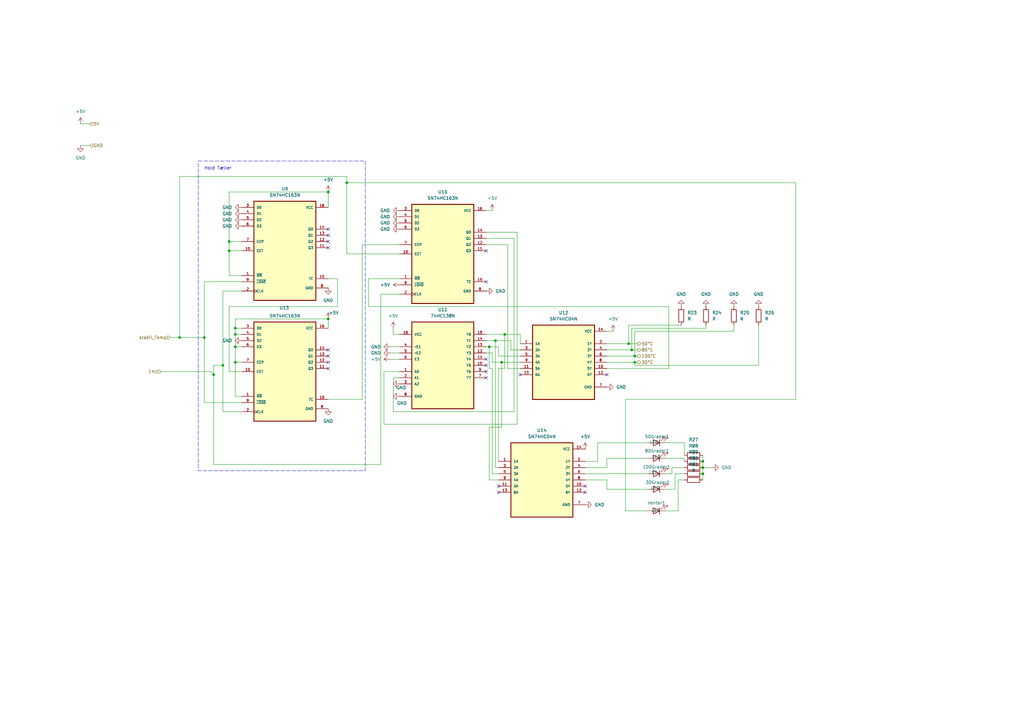
<source format=kicad_sch>
(kicad_sch (version 20231120) (generator "eeschema") (generator_version "8.0")
  (paper "A3")
  (lib_symbols
    (symbol "74HC238N:74HC238N" (pin_names (offset 1.016))
      (property "Reference" "U" (at -5.4642 17.9175 0))
      (property "Value" "74HC238N" (at -4.1451 -24.7436 0))
      (symbol "74HC238N_0_0"
        (rectangle (start -12.7 -20.32) (end 12.7 15.24) (stroke (width 0.4064)) (fill (type background)))
        (pin input line (at -17.78 -5.08 0) (length 5.08) (name "A0") (number "1"))
        (pin output line (at 17.78 -2.54 180) (length 5.08) (name "Y5") (number "10"))
        (pin output line (at 17.78 0 180) (length 5.08) (name "Y4") (number "11"))
        (pin output line (at 17.78 2.54 180) (length 5.08) (name "Y3") (number "12"))
        (pin output line (at 17.78 5.08 180) (length 5.08) (name "Y2") (number "13"))
        (pin output line (at 17.78 7.62 180) (length 5.08) (name "Y1") (number "14"))
        (pin output line (at 17.78 10.16 180) (length 5.08) (name "Y0") (number "15"))
        (pin power_in line (at -17.78 10.16 0) (length 5.08) (name "VCC") (number "16"))
        (pin input line (at -17.78 -7.62 0) (length 5.08) (name "A1") (number "2"))
        (pin input line (at -17.78 -10.16 0) (length 5.08) (name "A2") (number "3"))
        (pin input line (at -17.78 5.08 0) (length 5.08) (name "~E1") (number "4"))
        (pin input line (at -17.78 2.54 0) (length 5.08) (name "~E2") (number "5"))
        (pin input line (at -17.78 0 0) (length 5.08) (name "E3") (number "6"))
        (pin output line (at 17.78 -7.62 180) (length 5.08) (name "Y7") (number "7"))
        (pin passive line (at -17.78 -15.24 0) (length 5.08) (name "GND") (number "8"))
        (pin output line (at 17.78 -5.08 180) (length 5.08) (name "Y6") (number "9"))
      )
    )
    (symbol "Device:LED" (pin_numbers hide) (pin_names (offset 1.016) hide)
      (property "Reference" "D" (at 0 2.54 0))
      (property "Value" "LED" (at 0 -2.54 0))
      (symbol "LED_0_1"
        (polyline (pts (xy -1.27 -1.27) (xy -1.27 1.27)) (stroke (width 0.254)))
        (polyline (pts (xy -1.27 0) (xy 1.27 0)))
        (polyline (pts (xy 1.27 -1.27) (xy 1.27 1.27) (xy -1.27 0) (xy 1.27 -1.27)) (stroke (width 0.254)))
        (polyline (pts (xy -3.048 -0.762) (xy -4.572 -2.286) (xy -3.81 -2.286) (xy -4.572 -2.286) (xy -4.572 -1.524)))
        (polyline (pts (xy -1.778 -0.762) (xy -3.302 -2.286) (xy -2.54 -2.286) (xy -3.302 -2.286) (xy -3.302 -1.524)))
      )
      (symbol "LED_1_1"
        (pin passive line (at -3.81 0 0) (length 2.54) (name "K") (number "1"))
        (pin passive line (at 3.81 0 180) (length 2.54) (name "A") (number "2"))
      )
    )
    (symbol "Device:R" (pin_numbers hide) (pin_names (offset 0))
      (property "Reference" "R" (at 2.032 0 90))
      (property "Value" "R" (at 0 0 90))
      (symbol "R_0_1"
        (rectangle (start -1.016 -2.54) (end 1.016 2.54) (stroke (width 0.254)))
      )
      (symbol "R_1_1"
        (pin passive line (at 0 3.81 270) (length 1.27) (name "~") (number "1"))
        (pin passive line (at 0 -3.81 90) (length 1.27) (name "~") (number "2"))
      )
    )
    (symbol "SN74HC04N:SN74HC04N" (pin_names (offset 1.016))
      (property "Reference" "U" (at -12.7 16.24 0))
      (property "Value" "SN74HC04N" (at -12.7 -19.24 0))
      (symbol "SN74HC04N_0_0"
        (rectangle (start -12.7 -15.24) (end 12.7 15.24) (stroke (width 0.41)) (fill (type background)))
        (pin input line (at -17.78 7.62 0) (length 5.08) (name "1A") (number "1"))
        (pin output line (at 17.78 -2.54 180) (length 5.08) (name "5Y") (number "10"))
        (pin input line (at -17.78 -2.54 0) (length 5.08) (name "5A") (number "11"))
        (pin output line (at 17.78 -5.08 180) (length 5.08) (name "6Y") (number "12"))
        (pin input line (at -17.78 -5.08 0) (length 5.08) (name "6A") (number "13"))
        (pin power_in line (at 17.78 12.7 180) (length 5.08) (name "VCC") (number "14"))
        (pin output line (at 17.78 7.62 180) (length 5.08) (name "1Y") (number "2"))
        (pin input line (at -17.78 5.08 0) (length 5.08) (name "2A") (number "3"))
        (pin output line (at 17.78 5.08 180) (length 5.08) (name "2Y") (number "4"))
        (pin input line (at -17.78 2.54 0) (length 5.08) (name "3A") (number "5"))
        (pin output line (at 17.78 2.54 180) (length 5.08) (name "3Y") (number "6"))
        (pin power_in line (at 17.78 -10.16 180) (length 5.08) (name "GND") (number "7"))
        (pin output line (at 17.78 0 180) (length 5.08) (name "4Y") (number "8"))
        (pin input line (at -17.78 0 0) (length 5.08) (name "4A") (number "9"))
      )
    )
    (symbol "SN74HC163N:SN74HC163N" (pin_names (offset 1.016))
      (property "Reference" "U" (at -12.7 21.32 0))
      (property "Value" "SN74HC163N" (at -12.7 -24.32 0))
      (symbol "SN74HC163N_0_0"
        (rectangle (start -12.7 -20.32) (end 12.7 20.32) (stroke (width 0.41)) (fill (type background)))
        (pin power_in line (at 17.78 17.78 180) (length 5.08) (name "VCC") (number "16"))
        (pin input clock (at -17.78 -16.51 0) (length 5.08) (name "CLK") (number "2"))
        (pin power_in line (at 17.78 -15.24 180) (length 5.08) (name "GND") (number "8"))
        (pin input line (at -17.78 -12.7 0) (length 5.08) (name "~{LOAD}") (number "9"))
      )
      (symbol "SN74HC163N_1_0"
        (pin input line (at -17.78 -10.16 0) (length 5.08) (name "~{MR}") (number "1"))
        (pin input line (at -17.78 0 0) (length 5.08) (name "CET") (number "10"))
        (pin output line (at 17.78 1.27 180) (length 5.08) (name "Q3") (number "11"))
        (pin output line (at 17.78 3.81 180) (length 5.08) (name "Q2") (number "12"))
        (pin output line (at 17.78 6.35 180) (length 5.08) (name "Q1") (number "13"))
        (pin output line (at 17.78 8.89 180) (length 5.08) (name "Q0") (number "14"))
        (pin output line (at 17.78 -11.43 180) (length 5.08) (name "TC") (number "15"))
        (pin input line (at -17.78 17.78 0) (length 5.08) (name "D0") (number "3"))
        (pin input line (at -17.78 15.24 0) (length 5.08) (name "D1") (number "4"))
        (pin input line (at -17.78 12.7 0) (length 5.08) (name "D2") (number "5"))
        (pin input line (at -17.78 10.16 0) (length 5.08) (name "D3") (number "6"))
        (pin input line (at -17.78 3.81 0) (length 5.08) (name "CEP") (number "7"))
      )
    )
    (symbol "SN74HC163N_1" (pin_names (offset 1.016))
      (property "Reference" "U" (at -12.7 21.32 0))
      (property "Value" "SN74HC163N" (at -12.7 -24.32 0))
      (symbol "SN74HC163N_1_0_0"
        (rectangle (start -12.7 -20.32) (end 12.7 20.32) (stroke (width 0.41)) (fill (type background)))
        (pin power_in line (at 17.78 17.78 180) (length 5.08) (name "VCC") (number "16"))
        (pin input clock (at -17.78 -16.51 0) (length 5.08) (name "CLK") (number "2"))
        (pin power_in line (at 17.78 -15.24 180) (length 5.08) (name "GND") (number "8"))
        (pin input line (at -17.78 -12.7 0) (length 5.08) (name "~{LOAD}") (number "9"))
      )
      (symbol "SN74HC163N_1_1_0"
        (pin input line (at -17.78 -10.16 0) (length 5.08) (name "~{MR}") (number "1"))
        (pin input line (at -17.78 0 0) (length 5.08) (name "CET") (number "10"))
        (pin output line (at 17.78 1.27 180) (length 5.08) (name "Q3") (number "11"))
        (pin output line (at 17.78 3.81 180) (length 5.08) (name "Q2") (number "12"))
        (pin output line (at 17.78 6.35 180) (length 5.08) (name "Q1") (number "13"))
        (pin output line (at 17.78 8.89 180) (length 5.08) (name "Q0") (number "14"))
        (pin output line (at 17.78 -11.43 180) (length 5.08) (name "TC") (number "15"))
        (pin input line (at -17.78 17.78 0) (length 5.08) (name "D0") (number "3"))
        (pin input line (at -17.78 15.24 0) (length 5.08) (name "D1") (number "4"))
        (pin input line (at -17.78 12.7 0) (length 5.08) (name "D2") (number "5"))
        (pin input line (at -17.78 10.16 0) (length 5.08) (name "D3") (number "6"))
        (pin input line (at -17.78 3.81 0) (length 5.08) (name "CEP") (number "7"))
      )
    )
    (symbol "power:+5V" (power) (pin_numbers hide) (pin_names (offset 0) hide)
      (property "Value" "+5V" (at 0 3.556 0))
      (symbol "+5V_0_1"
        (polyline (pts (xy -0.762 1.27) (xy 0 2.54)))
        (polyline (pts (xy 0 0) (xy 0 2.54)))
        (polyline (pts (xy 0 2.54) (xy 0.762 1.27)))
      )
      (symbol "+5V_1_1"
        (pin power_in line (at 0 0 90) (length 0) (name "~") (number "1"))
      )
    )
    (symbol "power:GND" (power) (pin_numbers hide) (pin_names (offset 0) hide)
      (property "Value" "GND" (at 0 -3.81 0))
      (symbol "GND_0_1"
        (polyline (pts (xy 0 0) (xy 0 -1.27) (xy 1.27 -1.27) (xy 0 -2.54) (xy -1.27 -1.27) (xy 0 -1.27)))
      )
      (symbol "GND_1_1"
        (pin power_in line (at 0 0 270) (length 0) (name "~") (number "1"))
      )
    )
  )
  (junction (at 142.24 74.93))
  (junction (at 260.35 148.59))
  (junction (at 288.29 194.31))
  (junction (at 200.66 142.24))
  (junction (at 259.08 143.51))
  (junction (at 257.81 140.97))
  (junction (at 203.2 139.7))
  (junction (at 83.82 138.43))
  (junction (at 205.74 148.59))
  (junction (at 91.44 149.86))
  (junction (at 93.98 102.87))
  (junction (at 134.62 78.74))
  (junction (at 288.29 189.23))
  (junction (at 288.29 191.77))
  (junction (at 134.62 130.81))
  (junction (at 87.63 153.67))
  (junction (at 93.98 99.06))
  (junction (at 96.52 142.24))
  (junction (at 96.52 148.59))
  (junction (at 207.01 137.16))
  (junction (at 260.35 146.05))
  (junction (at 96.52 137.16))
  (junction (at 73.66 138.43))
  (junction (at 96.52 134.62))
  (no_connect (at 134.62 143.51))
  (no_connect (at 134.62 101.6))
  (no_connect (at 204.47 199.39))
  (no_connect (at 199.39 147.32))
  (no_connect (at 248.92 153.67))
  (no_connect (at 199.39 154.94))
  (no_connect (at 199.39 102.87))
  (no_connect (at 199.39 152.4))
  (no_connect (at 134.62 148.59))
  (no_connect (at 134.62 151.13))
  (no_connect (at 134.62 93.98))
  (no_connect (at 240.03 199.39))
  (no_connect (at 134.62 96.52))
  (no_connect (at 199.39 149.86))
  (no_connect (at 240.03 201.93))
  (no_connect (at 199.39 115.57))
  (no_connect (at 213.36 153.67))
  (no_connect (at 134.62 146.05))
  (no_connect (at 134.62 99.06))
  (no_connect (at 204.47 201.93))
  (wire (pts (xy 204.47 142.24) (xy 204.47 146.05)))
  (wire (pts (xy 161.29 137.16) (xy 163.83 137.16)))
  (wire (pts (xy 208.28 151.13) (xy 213.36 151.13)))
  (wire (pts (xy 204.47 151.13) (xy 207.01 151.13)))
  (wire (pts (xy 207.01 151.13) (xy 207.01 137.16)))
  (wire (pts (xy 93.98 99.06) (xy 93.98 102.87)))
  (wire (pts (xy 209.55 143.51) (xy 213.36 143.51)))
  (wire (pts (xy 245.11 189.23) (xy 245.11 181.61)))
  (wire (pts (xy 248.92 151.13) (xy 274.32 151.13)))
  (wire (pts (xy 248.92 140.97) (xy 257.81 140.97)))
  (wire (pts (xy 240.03 194.31) (xy 265.43 194.31)))
  (wire (pts (xy 300.99 135.89) (xy 300.99 133.35)))
  (wire (pts (xy 260.35 146.05) (xy 260.35 135.89)))
  (wire (pts (xy 83.82 138.43) (xy 83.82 165.1)))
  (wire (pts (xy 203.2 139.7) (xy 203.2 191.77)))
  (wire (pts (xy 199.39 137.16) (xy 207.01 137.16)))
  (wire (pts (xy 210.82 97.79) (xy 210.82 168.91)))
  (wire (pts (xy 142.24 74.93) (xy 326.39 74.93)))
  (wire (pts (xy 96.52 134.62) (xy 99.06 134.62)))
  (wire (pts (xy 200.66 196.85) (xy 200.66 175.26)))
  (wire (pts (xy 93.98 113.03) (xy 93.98 102.87)))
  (wire (pts (xy 288.29 194.31) (xy 288.29 196.85)))
  (wire (pts (xy 248.92 191.77) (xy 248.92 187.96)))
  (wire (pts (xy 157.48 152.4) (xy 163.83 152.4)))
  (wire (pts (xy 276.86 194.31) (xy 280.67 194.31)))
  (wire (pts (xy 87.63 190.5) (xy 156.21 190.5)))
  (wire (pts (xy 161.29 168.91) (xy 161.29 154.94)))
  (wire (pts (xy 248.92 143.51) (xy 259.08 143.51)))
  (wire (pts (xy 265.43 209.55) (xy 256.54 209.55)))
  (wire (pts (xy 93.98 78.74) (xy 93.98 99.06)))
  (wire (pts (xy 205.74 148.59) (xy 213.36 148.59)))
  (wire (pts (xy 204.47 196.85) (xy 200.66 196.85)))
  (wire (pts (xy 288.29 189.23) (xy 288.29 191.77)))
  (wire (pts (xy 245.11 181.61) (xy 265.43 181.61)))
  (wire (pts (xy 201.93 148.59) (xy 205.74 148.59)))
  (wire (pts (xy 311.15 149.86) (xy 311.15 133.35)))
  (wire (pts (xy 199.39 144.78) (xy 201.93 144.78)))
  (wire (pts (xy 204.47 191.77) (xy 203.2 191.77)))
  (wire (pts (xy 257.81 140.97) (xy 261.62 140.97)))
  (wire (pts (xy 96.52 130.81) (xy 96.52 134.62)))
  (wire (pts (xy 209.55 139.7) (xy 209.55 143.51)))
  (wire (pts (xy 273.05 187.96) (xy 280.67 187.96)))
  (wire (pts (xy 260.35 149.86) (xy 311.15 149.86)))
  (wire (pts (xy 156.21 120.65) (xy 163.83 120.65)))
  (wire (pts (xy 200.66 151.13) (xy 200.66 142.24)))
  (wire (pts (xy 99.06 102.87) (xy 93.98 102.87)))
  (wire (pts (xy 96.52 134.62) (xy 96.52 137.16)))
  (wire (pts (xy 33.02 50.8) (xy 36.83 50.8)))
  (wire (pts (xy 260.35 148.59) (xy 260.35 149.86)))
  (wire (pts (xy 66.04 152.4) (xy 86.36 152.4)))
  (wire (pts (xy 134.62 78.74) (xy 134.62 85.09)))
  (wire (pts (xy 161.29 134.62) (xy 161.29 137.16)))
  (wire (pts (xy 142.24 74.93) (xy 142.24 72.39)))
  (wire (pts (xy 134.62 114.3) (xy 138.43 114.3)))
  (wire (pts (xy 280.67 187.96) (xy 280.67 189.23)))
  (wire (pts (xy 33.02 59.69) (xy 36.83 59.69)))
  (wire (pts (xy 91.44 149.86) (xy 91.44 168.91)))
  (wire (pts (xy 259.08 134.62) (xy 289.56 134.62)))
  (wire (pts (xy 93.98 125.73) (xy 138.43 125.73)))
  (wire (pts (xy 93.98 152.4) (xy 93.98 125.73)))
  (wire (pts (xy 163.83 104.14) (xy 142.24 104.14)))
  (wire (pts (xy 148.59 100.33) (xy 163.83 100.33)))
  (wire (pts (xy 83.82 115.57) (xy 83.82 138.43)))
  (wire (pts (xy 134.62 163.83) (xy 148.59 163.83)))
  (wire (pts (xy 151.13 125.73) (xy 151.13 114.3)))
  (wire (pts (xy 205.74 175.26) (xy 205.74 148.59)))
  (wire (pts (xy 86.36 152.4) (xy 87.63 153.67)))
  (wire (pts (xy 260.35 135.89) (xy 300.99 135.89)))
  (wire (pts (xy 273.05 209.55) (xy 278.13 209.55)))
  (wire (pts (xy 248.92 200.66) (xy 248.92 196.85)))
  (wire (pts (xy 248.92 146.05) (xy 260.35 146.05)))
  (wire (pts (xy 91.44 119.38) (xy 91.44 149.86)))
  (wire (pts (xy 256.54 209.55) (xy 256.54 163.83)))
  (wire (pts (xy 204.47 146.05) (xy 213.36 146.05)))
  (wire (pts (xy 138.43 125.73) (xy 138.43 114.3)))
  (wire (pts (xy 260.35 148.59) (xy 261.62 148.59)))
  (wire (pts (xy 273.05 194.31) (xy 275.59 194.31)))
  (wire (pts (xy 93.98 99.06) (xy 99.06 99.06)))
  (wire (pts (xy 274.32 125.73) (xy 151.13 125.73)))
  (wire (pts (xy 240.03 189.23) (xy 245.11 189.23)))
  (wire (pts (xy 259.08 143.51) (xy 259.08 134.62)))
  (wire (pts (xy 210.82 168.91) (xy 161.29 168.91)))
  (wire (pts (xy 199.39 95.25) (xy 212.09 95.25)))
  (wire (pts (xy 204.47 189.23) (xy 204.47 151.13)))
  (wire (pts (xy 148.59 163.83) (xy 148.59 100.33)))
  (wire (pts (xy 275.59 194.31) (xy 275.59 191.77)))
  (wire (pts (xy 69.85 138.43) (xy 73.66 138.43)))
  (wire (pts (xy 273.05 200.66) (xy 276.86 200.66)))
  (wire (pts (xy 288.29 191.77) (xy 288.29 194.31)))
  (wire (pts (xy 199.39 86.36) (xy 201.93 86.36)))
  (wire (pts (xy 83.82 165.1) (xy 99.06 165.1)))
  (wire (pts (xy 248.92 135.89) (xy 251.46 135.89)))
  (wire (pts (xy 201.93 151.13) (xy 200.66 151.13)))
  (wire (pts (xy 96.52 142.24) (xy 96.52 148.59)))
  (wire (pts (xy 161.29 154.94) (xy 163.83 154.94)))
  (wire (pts (xy 248.92 200.66) (xy 265.43 200.66)))
  (wire (pts (xy 96.52 148.59) (xy 96.52 162.56)))
  (wire (pts (xy 73.66 72.39) (xy 73.66 138.43)))
  (wire (pts (xy 278.13 209.55) (xy 278.13 196.85)))
  (wire (pts (xy 93.98 78.74) (xy 134.62 78.74)))
  (wire (pts (xy 212.09 173.99) (xy 157.48 173.99)))
  (wire (pts (xy 200.66 175.26) (xy 205.74 175.26)))
  (wire (pts (xy 87.63 153.67) (xy 87.63 190.5)))
  (wire (pts (xy 156.21 190.5) (xy 156.21 120.65)))
  (wire (pts (xy 288.29 191.77) (xy 292.1 191.77)))
  (wire (pts (xy 96.52 137.16) (xy 99.06 137.16)))
  (wire (pts (xy 259.08 143.51) (xy 261.62 143.51)))
  (wire (pts (xy 203.2 139.7) (xy 209.55 139.7)))
  (wire (pts (xy 248.92 148.59) (xy 260.35 148.59)))
  (wire (pts (xy 212.09 95.25) (xy 212.09 173.99)))
  (wire (pts (xy 142.24 72.39) (xy 73.66 72.39)))
  (wire (pts (xy 213.36 137.16) (xy 213.36 140.97)))
  (wire (pts (xy 91.44 168.91) (xy 99.06 168.91)))
  (wire (pts (xy 93.98 113.03) (xy 99.06 113.03)))
  (wire (pts (xy 260.35 146.05) (xy 261.62 146.05)))
  (wire (pts (xy 200.66 142.24) (xy 204.47 142.24)))
  (wire (pts (xy 87.63 149.86) (xy 87.63 153.67)))
  (wire (pts (xy 142.24 104.14) (xy 142.24 74.93)))
  (wire (pts (xy 326.39 163.83) (xy 326.39 74.93)))
  (wire (pts (xy 207.01 137.16) (xy 213.36 137.16)))
  (wire (pts (xy 257.81 133.35) (xy 257.81 140.97)))
  (wire (pts (xy 91.44 149.86) (xy 87.63 149.86)))
  (wire (pts (xy 279.4 133.35) (xy 257.81 133.35)))
  (wire (pts (xy 160.02 147.32) (xy 163.83 147.32)))
  (wire (pts (xy 274.32 151.13) (xy 274.32 125.73)))
  (wire (pts (xy 276.86 200.66) (xy 276.86 194.31)))
  (wire (pts (xy 201.93 144.78) (xy 201.93 148.59)))
  (wire (pts (xy 99.06 115.57) (xy 83.82 115.57)))
  (wire (pts (xy 151.13 114.3) (xy 163.83 114.3)))
  (wire (pts (xy 208.28 100.33) (xy 208.28 151.13)))
  (wire (pts (xy 96.52 148.59) (xy 99.06 148.59)))
  (wire (pts (xy 248.92 187.96) (xy 265.43 187.96)))
  (wire (pts (xy 96.52 130.81) (xy 134.62 130.81)))
  (wire (pts (xy 201.93 194.31) (xy 201.93 151.13)))
  (wire (pts (xy 96.52 137.16) (xy 96.52 142.24)))
  (wire (pts (xy 240.03 191.77) (xy 248.92 191.77)))
  (wire (pts (xy 73.66 138.43) (xy 83.82 138.43)))
  (wire (pts (xy 256.54 163.83) (xy 326.39 163.83)))
  (wire (pts (xy 99.06 162.56) (xy 96.52 162.56)))
  (wire (pts (xy 273.05 181.61) (xy 280.67 181.61)))
  (wire (pts (xy 160.02 144.78) (xy 163.83 144.78)))
  (wire (pts (xy 96.52 142.24) (xy 99.06 142.24)))
  (wire (pts (xy 248.92 196.85) (xy 240.03 196.85)))
  (wire (pts (xy 199.39 139.7) (xy 203.2 139.7)))
  (wire (pts (xy 275.59 191.77) (xy 280.67 191.77)))
  (wire (pts (xy 199.39 142.24) (xy 200.66 142.24)))
  (wire (pts (xy 91.44 119.38) (xy 99.06 119.38)))
  (wire (pts (xy 278.13 196.85) (xy 280.67 196.85)))
  (wire (pts (xy 204.47 194.31) (xy 201.93 194.31)))
  (wire (pts (xy 288.29 186.69) (xy 288.29 189.23)))
  (wire (pts (xy 160.02 142.24) (xy 163.83 142.24)))
  (wire (pts (xy 199.39 100.33) (xy 208.28 100.33)))
  (wire (pts (xy 157.48 173.99) (xy 157.48 152.4)))
  (wire (pts (xy 199.39 97.79) (xy 210.82 97.79)))
  (wire (pts (xy 93.98 152.4) (xy 99.06 152.4)))
  (wire (pts (xy 134.62 130.81) (xy 134.62 134.62)))
  (wire (pts (xy 280.67 181.61) (xy 280.67 186.69)))
  (wire (pts (xy 289.56 134.62) (xy 289.56 133.35)))
  (rectangle (start 81.28 66.04) (end 149.86 193.04) (stroke (width 0) (type dash)))
  (text "Hold Tæller\n" (at 89.408 69.088 0) (effects (font (size 1.27 1.27))))
  (hierarchical_label "50°C" (shape output) (at 261.62 140.97 0))
  (hierarchical_label "GND" (shape input) (at 36.83 59.69 0))
  (hierarchical_label "100°C" (shape output) (at 261.62 146.05 0))
  (hierarchical_label "30°C" (shape output) (at 261.62 148.59 0))
  (hierarchical_label "stabil_Temp" (shape input) (at 69.85 138.43 180))
  (hierarchical_label "1Hz" (shape input) (at 66.04 152.4 180))
  (hierarchical_label "80°C" (shape output) (at 261.62 143.51 0))
  (hierarchical_label "5V" (shape input) (at 36.83 50.8 0))
  (symbol (lib_id "power:GND") (at 99.06 139.7 270) (unit 1)
    (property "Reference" "#PWR078" (effects (hide yes)))
    (property "Value" "GND" (at 95.25 139.6999 90) (effects (justify right)))
    (property "Description" "Power symbol creates a global label with name \"GND\" , ground" (effects (hide yes)))
  )
  (symbol (lib_id "power:+5V") (at 201.93 86.36 0) (unit 1)
    (property "Reference" "#PWR061" (effects (hide yes)))
    (property "Value" "+5V" (at 201.93 81.28 0))
    (property "Description" "Power symbol creates a global label with name \"+5V\"" (effects (hide yes)))
  )
  (symbol (lib_id "power:+5V") (at 251.46 135.89 0) (unit 1)
    (property "Reference" "#PWR077" (effects (hide yes)))
    (property "Value" "+5V" (at 251.46 130.81 0))
    (property "Description" "Power symbol creates a global label with name \"+5V\"" (effects (hide yes)))
  )
  (symbol (lib_id "power:+5V") (at 163.83 116.84 90) (unit 1)
    (property "Reference" "#PWR068" (effects (hide yes)))
    (property "Value" "+5V" (at 160.02 116.8399 90) (effects (justify left)))
    (property "Description" "Power symbol creates a global label with name \"+5V\"" (effects (hide yes)))
  )
  (symbol (lib_id "power:GND") (at 163.83 162.56 270) (unit 1)
    (property "Reference" "#PWR084" (effects (hide yes)))
    (property "Value" "GND" (at 166.878 165.354 90) (effects (justify right)))
    (property "Description" "Power symbol creates a global label with name \"GND\" , ground" (effects (hide yes)))
  )
  (symbol (lib_id "SN74HC04N:SN74HC04N") (at 231.14 148.59 0) (unit 1)
    (property "Reference" "U12" (at 231.14 128.27 0))
    (property "Value" "SN74HC04N" (at 231.14 130.81 0))
    (property "Footprint" "Package_DIP:DIP-14_W7.62mm" (effects (hide yes)))
    (property "MF" "Texas Instruments" (effects (hide yes)))
    (property "Description_1" "\n                        \n                            6-ch, 2-V to 6-V inverters\n                        \n" (effects (hide yes)))
    (property "Package" "PDIP-14 Texas Instruments" (effects (hide yes)))
    (property "Price" "None" (effects (hide yes)))
    (property "SnapEDA_Link" "https://www.snapeda.com/parts/SN74HC04N/Texas+Instruments/view-part/?ref=snap" (effects (hide yes)))
    (property "MP" "SN74HC04N" (effects (hide yes)))
    (property "Availability" "In Stock" (effects (hide yes)))
    (property "Check_prices" "https://www.snapeda.com/parts/SN74HC04N/Texas+Instruments/view-part/?ref=eda" (effects (hide yes)))
  )
  (symbol (lib_id "power:GND") (at 134.62 118.11 0) (unit 1)
    (property "Reference" "#PWR069" (effects (hide yes)))
    (property "Value" "GND" (at 134.62 123.19 0))
    (property "Description" "Power symbol creates a global label with name \"GND\" , ground" (effects (hide yes)))
  )
  (symbol (lib_id "power:+5V") (at 160.02 147.32 90) (unit 1)
    (property "Reference" "#PWR081" (effects (hide yes)))
    (property "Value" "+5V" (at 156.21 147.3199 90) (effects (justify left)))
    (property "Description" "Power symbol creates a global label with name \"+5V\"" (effects (hide yes)))
  )
  (symbol (lib_id "power:+5V") (at 240.03 184.15 0) (unit 1)
    (property "Reference" "#PWR086" (effects (hide yes)))
    (property "Value" "+5V" (at 240.03 179.07 0))
    (property "Description" "Power symbol creates a global label with name \"+5V\"" (effects (hide yes)))
  )
  (symbol (lib_id "74HC238N:74HC238N") (at 181.61 147.32 0) (unit 1)
    (property "Reference" "U11" (at 181.61 127 0))
    (property "Value" "74HC138N" (at 181.61 129.54 0))
    (property "Footprint" "Package_DIP:DIP-16_W7.62mm" (effects (hide yes)))
    (property "MF" "Texas Instruments" (effects (hide yes)))
    (property "Description_1" "\nDecoder/Demultiplexer 1 x 3:8 16-DIP\n" (effects (hide yes)))
    (property "PACKAGE" "DIP-16" (effects (hide yes)))
    (property "MPN" "74HC238N" (effects (hide yes)))
    (property "Price" "None" (effects (hide yes)))
    (property "Package" "SOP-16 Texas Instruments" (effects (hide yes)))
    (property "OC_FARNELL" "380684" (effects (hide yes)))
    (property "SnapEDA_Link" "https://www.snapeda.com/parts/74HC238N/Texas+Instruments/view-part/?ref=snap" (effects (hide yes)))
    (property "MP" "74HC238N" (effects (hide yes)))
    (property "Purchase-URL" "https://www.snapeda.com/api/url_track_click_mouser/?unipart_id=233479&manufacturer=Texas Instruments&part_name=74HC238N&search_term=None" (effects (hide yes)))
    (property "SUPPLIER" "NXP" (effects (hide yes)))
    (property "OC_NEWARK" "07WX3700" (effects (hide yes)))
    (property "Availability" "Not in stock" (effects (hide yes)))
    (property "Check_prices" "https://www.snapeda.com/parts/74HC238N/Texas+Instruments/view-part/?ref=eda" (effects (hide yes)))
  )
  (symbol (lib_id "power:GND") (at 163.83 88.9 270) (unit 1)
    (property "Reference" "#PWR063" (effects (hide yes)))
    (property "Value" "GND" (at 160.02 88.8999 90) (effects (justify right)))
    (property "Description" "Power symbol creates a global label with name \"GND\" , ground" (effects (hide yes)))
  )
  (symbol (lib_id "power:GND") (at 292.1 191.77 90) (unit 1)
    (property "Reference" "#PWR087" (effects (hide yes)))
    (property "Value" "GND" (at 295.91 191.7699 90) (effects (justify right)))
    (property "Description" "Power symbol creates a global label with name \"GND\" , ground" (effects (hide yes)))
  )
  (symbol (lib_id "power:GND") (at 311.15 125.73 180) (unit 1)
    (property "Reference" "#PWR074" (effects (hide yes)))
    (property "Value" "GND" (at 311.15 120.65 0))
    (property "Description" "Power symbol creates a global label with name \"GND\" , ground" (effects (hide yes)))
  )
  (symbol (lib_id "SN74HC163N:SN74HC163N") (at 116.84 152.4 0) (unit 1)
    (property "Reference" "U13" (at 116.586 126.238 0))
    (property "Value" "SN74HC163N" (at 116.84 129.54 0))
    (property "Footprint" "Package_DIP:DIP-16_W7.62mm" (effects (hide yes)))
    (property "MF" "Texas Instruments" (effects (hide yes)))
    (property "Description_1" "\n                        \n                            4-Bit Synchronous Binary Counters\n                        \n" (effects (hide yes)))
    (property "Package" "PDIP-16 Texas Instruments" (effects (hide yes)))
    (property "Price" "None" (effects (hide yes)))
    (property "SnapEDA_Link" "https://www.snapeda.com/parts/SN74HC163N/Texas+Instruments/view-part/?ref=snap" (effects (hide yes)))
    (property "MP" "SN74HC163N" (effects (hide yes)))
    (property "Availability" "In Stock" (effects (hide yes)))
    (property "Check_prices" "https://www.snapeda.com/parts/SN74HC163N/Texas+Instruments/view-part/?ref=eda" (effects (hide yes)))
  )
  (symbol (lib_id "power:GND") (at 134.62 167.64 0) (unit 1)
    (property "Reference" "#PWR085" (effects (hide yes)))
    (property "Value" "GND" (at 134.62 172.72 0))
    (property "Description" "Power symbol creates a global label with name \"GND\" , ground" (effects (hide yes)))
  )
  (symbol (lib_id "power:GND") (at 99.06 90.17 270) (unit 1)
    (property "Reference" "#PWR064" (effects (hide yes)))
    (property "Value" "GND" (at 95.25 90.1699 90) (effects (justify right)))
    (property "Description" "Power symbol creates a global label with name \"GND\" , ground" (effects (hide yes)))
  )
  (symbol (lib_id "Device:R") (at 284.48 194.31 90) (unit 1)
    (property "Reference" "R30" (at 284.48 187.96 90))
    (property "Value" "R" (at 284.48 190.5 90))
    (property "Footprint" "Resistor_THT:R_Axial_DIN0204_L3.6mm_D1.6mm_P5.08mm_Horizontal" (effects (hide yes)))
    (property "Description" "Resistor" (effects (hide yes)))
  )
  (symbol (lib_name "SN74HC163N_1") (lib_id "SN74HC163N:SN74HC163N") (at 181.61 104.14 0) (unit 1)
    (property "Reference" "U10" (at 181.61 78.74 0))
    (property "Value" "SN74HC163N" (at 181.61 81.28 0))
    (property "Footprint" "Package_DIP:DIP-16_W7.62mm" (effects (hide yes)))
    (property "MF" "Texas Instruments" (effects (hide yes)))
    (property "Description_1" "\n                        \n                            4-Bit Synchronous Binary Counters\n                        \n" (effects (hide yes)))
    (property "Package" "PDIP-16 Texas Instruments" (effects (hide yes)))
    (property "Price" "None" (effects (hide yes)))
    (property "SnapEDA_Link" "https://www.snapeda.com/parts/SN74HC163N/Texas+Instruments/view-part/?ref=snap" (effects (hide yes)))
    (property "MP" "SN74HC163N" (effects (hide yes)))
    (property "Availability" "In Stock" (effects (hide yes)))
    (property "Check_prices" "https://www.snapeda.com/parts/SN74HC163N/Texas+Instruments/view-part/?ref=eda" (effects (hide yes)))
  )
  (symbol (lib_id "power:GND") (at 240.03 207.01 90) (unit 1)
    (property "Reference" "#PWR088" (effects (hide yes)))
    (property "Value" "GND" (at 243.84 207.0099 90) (effects (justify right)))
    (property "Description" "Power symbol creates a global label with name \"GND\" , ground" (effects (hide yes)))
  )
  (symbol (lib_id "power:+5V") (at 161.29 134.62 0) (unit 1)
    (property "Reference" "#PWR076" (effects (hide yes)))
    (property "Value" "+5V" (at 161.29 129.54 0))
    (property "Description" "Power symbol creates a global label with name \"+5V\"" (effects (hide yes)))
  )
  (symbol (lib_id "Device:R") (at 284.48 196.85 90) (unit 1)
    (property "Reference" "R31" (at 284.48 190.5 90))
    (property "Value" "R" (at 284.48 193.04 90))
    (property "Footprint" "Resistor_THT:R_Axial_DIN0204_L3.6mm_D1.6mm_P5.08mm_Horizontal" (effects (hide yes)))
    (property "Description" "Resistor" (effects (hide yes)))
  )
  (symbol (lib_id "power:+5V") (at 134.62 130.81 0) (unit 1)
    (property "Reference" "#PWR075" (effects (hide yes)))
    (property "Value" "+5V" (at 136.906 128.27 0))
    (property "Description" "Power symbol creates a global label with name \"+5V\"" (effects (hide yes)))
  )
  (symbol (lib_id "power:GND") (at 199.39 119.38 90) (unit 1)
    (property "Reference" "#PWR070" (effects (hide yes)))
    (property "Value" "GND" (at 203.2 119.3799 90) (effects (justify right)))
    (property "Description" "Power symbol creates a global label with name \"GND\" , ground" (effects (hide yes)))
  )
  (symbol (lib_id "power:GND") (at 33.02 59.69 0) (unit 1)
    (property "Reference" "#PWR057" (effects (hide yes)))
    (property "Value" "GND" (at 33.02 64.77 0))
    (property "Description" "Power symbol creates a global label with name \"GND\" , ground" (effects (hide yes)))
  )
  (symbol (lib_id "Device:LED") (at 269.24 194.31 180) (unit 1)
    (property "Reference" "100Grader1" (at 269.24 191.516 0))
    (property "Value" "LED" (at 267.97 193.802 0))
    (property "Footprint" "LED_THT:LED_D1.8mm_W1.8mm_H2.4mm_Horizontal_O1.27mm_Z8.2mm" (effects (hide yes)))
    (property "Description" "Light emitting diode" (effects (hide yes)))
  )
  (symbol (lib_id "power:GND") (at 163.83 157.48 270) (unit 1)
    (property "Reference" "#PWR082" (effects (hide yes)))
    (property "Value" "GND" (at 166.624 159.004 90) (effects (justify right)))
    (property "Description" "Power symbol creates a global label with name \"GND\" , ground" (effects (hide yes)))
  )
  (symbol (lib_id "Device:LED") (at 269.24 200.66 180) (unit 1)
    (property "Reference" "30Grader1" (at 269.748 197.866 0))
    (property "Value" "LED" (at 268.732 200.152 0))
    (property "Footprint" "LED_THT:LED_D1.8mm_W1.8mm_H2.4mm_Horizontal_O1.27mm_Z8.2mm" (effects (hide yes)))
    (property "Description" "Light emitting diode" (effects (hide yes)))
  )
  (symbol (lib_id "power:GND") (at 163.83 86.36 270) (unit 1)
    (property "Reference" "#PWR060" (effects (hide yes)))
    (property "Value" "GND" (at 160.02 86.3599 90) (effects (justify right)))
    (property "Description" "Power symbol creates a global label with name \"GND\" , ground" (effects (hide yes)))
  )
  (symbol (lib_id "power:+5V") (at 134.62 78.74 0) (unit 1)
    (property "Reference" "#PWR058" (effects (hide yes)))
    (property "Value" "+5V" (at 134.62 73.66 0))
    (property "Description" "Power symbol creates a global label with name \"+5V\"" (effects (hide yes)))
  )
  (symbol (lib_id "power:GND") (at 163.83 93.98 270) (unit 1)
    (property "Reference" "#PWR067" (effects (hide yes)))
    (property "Value" "GND" (at 160.02 93.9799 90) (effects (justify right)))
    (property "Description" "Power symbol creates a global label with name \"GND\" , ground" (effects (hide yes)))
  )
  (symbol (lib_id "Device:R") (at 300.99 129.54 0) (unit 1)
    (property "Reference" "R25" (at 303.53 128.2699 0) (effects (justify left)))
    (property "Value" "R" (at 303.53 130.8099 0) (effects (justify left)))
    (property "Footprint" "Resistor_THT:R_Axial_DIN0204_L3.6mm_D1.6mm_P5.08mm_Horizontal" (effects (hide yes)))
    (property "Description" "Resistor" (effects (hide yes)))
  )
  (symbol (lib_id "power:GND") (at 99.06 92.71 270) (unit 1)
    (property "Reference" "#PWR066" (effects (hide yes)))
    (property "Value" "GND" (at 95.25 92.7099 90) (effects (justify right)))
    (property "Description" "Power symbol creates a global label with name \"GND\" , ground" (effects (hide yes)))
  )
  (symbol (lib_id "Device:LED") (at 269.24 187.96 180) (unit 1)
    (property "Reference" "80Grader1" (at 269.494 184.912 0))
    (property "Value" "LED" (at 269.24 187.452 0))
    (property "Footprint" "LED_THT:LED_D1.8mm_W1.8mm_H2.4mm_Horizontal_O1.27mm_Z8.2mm" (effects (hide yes)))
    (property "Description" "Light emitting diode" (effects (hide yes)))
  )
  (symbol (lib_id "Device:LED") (at 269.24 209.55 180) (unit 1)
    (property "Reference" "Venter1" (at 269.24 206.248 0))
    (property "Value" "LED" (at 268.986 209.296 0))
    (property "Footprint" "LED_THT:LED_D1.8mm_W1.8mm_H2.4mm_Horizontal_O1.27mm_Z8.2mm" (effects (hide yes)))
    (property "Description" "Light emitting diode" (effects (hide yes)))
  )
  (symbol (lib_id "Device:LED") (at 269.24 181.61 180) (unit 1)
    (property "Reference" "50Grader1" (at 269.494 179.07 0))
    (property "Value" "LED" (at 268.224 181.356 0))
    (property "Footprint" "LED_THT:LED_D1.8mm_W1.8mm_H2.4mm_Horizontal_O1.27mm_Z8.2mm" (effects (hide yes)))
    (property "Description" "Light emitting diode" (effects (hide yes)))
  )
  (symbol (lib_id "power:GND") (at 99.06 85.09 270) (unit 1)
    (property "Reference" "#PWR059" (effects (hide yes)))
    (property "Value" "GND" (at 95.25 85.0899 90) (effects (justify right)))
    (property "Description" "Power symbol creates a global label with name \"GND\" , ground" (effects (hide yes)))
  )
  (symbol (lib_id "power:GND") (at 300.99 125.73 180) (unit 1)
    (property "Reference" "#PWR073" (effects (hide yes)))
    (property "Value" "GND" (at 300.99 120.65 0))
    (property "Description" "Power symbol creates a global label with name \"GND\" , ground" (effects (hide yes)))
  )
  (symbol (lib_id "Device:R") (at 279.4 129.54 0) (unit 1)
    (property "Reference" "R23" (at 281.94 128.2699 0) (effects (justify left)))
    (property "Value" "R" (at 281.94 130.8099 0) (effects (justify left)))
    (property "Footprint" "Resistor_THT:R_Axial_DIN0204_L3.6mm_D1.6mm_P5.08mm_Horizontal" (effects (hide yes)))
    (property "Description" "Resistor" (effects (hide yes)))
  )
  (symbol (lib_id "power:GND") (at 248.92 158.75 90) (unit 1)
    (property "Reference" "#PWR083" (effects (hide yes)))
    (property "Value" "GND" (at 252.73 158.7499 90) (effects (justify right)))
    (property "Description" "Power symbol creates a global label with name \"GND\" , ground" (effects (hide yes)))
  )
  (symbol (lib_id "power:GND") (at 99.06 87.63 270) (unit 1)
    (property "Reference" "#PWR062" (effects (hide yes)))
    (property "Value" "GND" (at 95.25 87.6299 90) (effects (justify right)))
    (property "Description" "Power symbol creates a global label with name \"GND\" , ground" (effects (hide yes)))
  )
  (symbol (lib_name "SN74HC163N_1") (lib_id "SN74HC163N:SN74HC163N") (at 116.84 102.87 0) (unit 1)
    (property "Reference" "U9" (at 116.84 77.47 0))
    (property "Value" "SN74HC163N" (at 116.84 80.01 0))
    (property "Footprint" "Package_DIP:DIP-16_W7.62mm" (effects (hide yes)))
    (property "MF" "Texas Instruments" (effects (hide yes)))
    (property "Description_1" "\n                        \n                            4-Bit Synchronous Binary Counters\n                        \n" (effects (hide yes)))
    (property "Package" "PDIP-16 Texas Instruments" (effects (hide yes)))
    (property "Price" "None" (effects (hide yes)))
    (property "SnapEDA_Link" "https://www.snapeda.com/parts/SN74HC163N/Texas+Instruments/view-part/?ref=snap" (effects (hide yes)))
    (property "MP" "SN74HC163N" (effects (hide yes)))
    (property "Availability" "In Stock" (effects (hide yes)))
    (property "Check_prices" "https://www.snapeda.com/parts/SN74HC163N/Texas+Instruments/view-part/?ref=eda" (effects (hide yes)))
  )
  (symbol (lib_id "power:GND") (at 160.02 142.24 270) (unit 1)
    (property "Reference" "#PWR079" (effects (hide yes)))
    (property "Value" "GND" (at 156.21 142.2399 90) (effects (justify right)))
    (property "Description" "Power symbol creates a global label with name \"GND\" , ground" (effects (hide yes)))
  )
  (symbol (lib_id "power:+5V") (at 33.02 50.8 0) (unit 1)
    (property "Reference" "#PWR056" (effects (hide yes)))
    (property "Value" "+5V" (at 33.02 45.72 0))
    (property "Description" "Power symbol creates a global label with name \"+5V\"" (effects (hide yes)))
  )
  (symbol (lib_id "Device:R") (at 311.15 129.54 0) (unit 1)
    (property "Reference" "R26" (at 313.69 128.2699 0) (effects (justify left)))
    (property "Value" "R" (at 313.69 130.8099 0) (effects (justify left)))
    (property "Footprint" "Resistor_THT:R_Axial_DIN0204_L3.6mm_D1.6mm_P5.08mm_Horizontal" (effects (hide yes)))
    (property "Description" "Resistor" (effects (hide yes)))
  )
  (symbol (lib_id "power:GND") (at 160.02 144.78 270) (unit 1)
    (property "Reference" "#PWR080" (effects (hide yes)))
    (property "Value" "GND" (at 156.21 144.7799 90) (effects (justify right)))
    (property "Description" "Power symbol creates a global label with name \"GND\" , ground" (effects (hide yes)))
  )
  (symbol (lib_id "power:GND") (at 279.4 125.73 180) (unit 1)
    (property "Reference" "#PWR071" (effects (hide yes)))
    (property "Value" "GND" (at 279.4 120.65 0))
    (property "Description" "Power symbol creates a global label with name \"GND\" , ground" (effects (hide yes)))
  )
  (symbol (lib_id "power:GND") (at 289.56 125.73 180) (unit 1)
    (property "Reference" "#PWR072" (effects (hide yes)))
    (property "Value" "GND" (at 289.56 120.65 0))
    (property "Description" "Power symbol creates a global label with name \"GND\" , ground" (effects (hide yes)))
  )
  (symbol (lib_id "Device:R") (at 284.48 189.23 90) (unit 1)
    (property "Reference" "R28" (at 284.48 182.88 90))
    (property "Value" "R" (at 284.48 185.42 90))
    (property "Footprint" "Resistor_THT:R_Axial_DIN0204_L3.6mm_D1.6mm_P5.08mm_Horizontal" (effects (hide yes)))
    (property "Description" "Resistor" (effects (hide yes)))
  )
  (symbol (lib_id "Device:R") (at 284.48 191.77 90) (unit 1)
    (property "Reference" "R29" (at 284.48 185.42 90))
    (property "Value" "R" (at 284.48 187.96 90))
    (property "Footprint" "Resistor_THT:R_Axial_DIN0204_L3.6mm_D1.6mm_P5.08mm_Horizontal" (effects (hide yes)))
    (property "Description" "Resistor" (effects (hide yes)))
  )
  (symbol (lib_id "power:GND") (at 163.83 91.44 270) (unit 1)
    (property "Reference" "#PWR065" (effects (hide yes)))
    (property "Value" "GND" (at 160.02 91.4399 90) (effects (justify right)))
    (property "Description" "Power symbol creates a global label with name \"GND\" , ground" (effects (hide yes)))
  )
  (symbol (lib_id "SN74HC04N:SN74HC04N") (at 222.25 196.85 0) (unit 1)
    (property "Reference" "U14" (at 222.25 176.53 0))
    (property "Value" "SN74HC04N" (at 222.25 179.07 0))
    (property "Footprint" "Package_DIP:DIP-14_W7.62mm" (effects (hide yes)))
    (property "MF" "Texas Instruments" (effects (hide yes)))
    (property "Description_1" "\n                        \n                            6-ch, 2-V to 6-V inverters\n                        \n" (effects (hide yes)))
    (property "Package" "PDIP-14 Texas Instruments" (effects (hide yes)))
    (property "Price" "None" (effects (hide yes)))
    (property "SnapEDA_Link" "https://www.snapeda.com/parts/SN74HC04N/Texas+Instruments/view-part/?ref=snap" (effects (hide yes)))
    (property "MP" "SN74HC04N" (effects (hide yes)))
    (property "Availability" "In Stock" (effects (hide yes)))
    (property "Check_prices" "https://www.snapeda.com/parts/SN74HC04N/Texas+Instruments/view-part/?ref=eda" (effects (hide yes)))
  )
  (symbol (lib_id "Device:R") (at 289.56 129.54 0) (unit 1)
    (property "Reference" "R24" (at 292.1 128.2699 0) (effects (justify left)))
    (property "Value" "R" (at 292.1 130.8099 0) (effects (justify left)))
    (property "Footprint" "Resistor_THT:R_Axial_DIN0204_L3.6mm_D1.6mm_P5.08mm_Horizontal" (effects (hide yes)))
    (property "Description" "Resistor" (effects (hide yes)))
  )
  (symbol (lib_id "Device:R") (at 284.48 186.69 90) (unit 1)
    (property "Reference" "R27" (at 284.48 180.34 90))
    (property "Value" "R" (at 284.48 182.88 90))
    (property "Footprint" "Resistor_THT:R_Axial_DIN0204_L3.6mm_D1.6mm_P5.08mm_Horizontal" (effects (hide yes)))
    (property "Description" "Resistor" (effects (hide yes)))
  )
)
</source>
